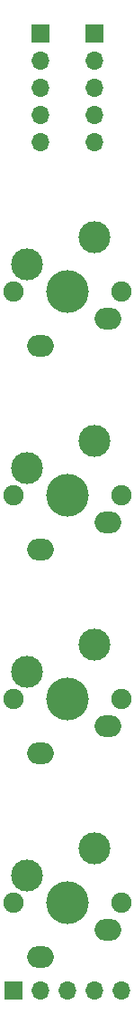
<source format=gbr>
%TF.GenerationSoftware,KiCad,Pcbnew,(6.0.1-0)*%
%TF.CreationDate,2022-01-31T23:33:37+08:00*%
%TF.ProjectId,Phalanx,5068616c-616e-4782-9e6b-696361645f70,rev?*%
%TF.SameCoordinates,Original*%
%TF.FileFunction,Soldermask,Top*%
%TF.FilePolarity,Negative*%
%FSLAX46Y46*%
G04 Gerber Fmt 4.6, Leading zero omitted, Abs format (unit mm)*
G04 Created by KiCad (PCBNEW (6.0.1-0)) date 2022-01-31 23:33:37*
%MOMM*%
%LPD*%
G01*
G04 APERTURE LIST*
%ADD10R,1.700000X1.700000*%
%ADD11O,1.700000X1.700000*%
%ADD12C,1.900000*%
%ADD13C,3.000000*%
%ADD14C,4.000000*%
%ADD15O,2.500000X2.000000*%
G04 APERTURE END LIST*
D10*
%TO.C,J3*%
X96520000Y-144145000D03*
D11*
X99060000Y-144145000D03*
X101600000Y-144145000D03*
X104140000Y-144145000D03*
X106680000Y-144145000D03*
%TD*%
D12*
%TO.C,SW4*%
X106680000Y-135890000D03*
D13*
X104140000Y-130810000D03*
D12*
X96520000Y-135890000D03*
D14*
X101600000Y-135890000D03*
D13*
X97790000Y-133350000D03*
D15*
X99060000Y-140970000D03*
X105410000Y-138430000D03*
%TD*%
D12*
%TO.C,SW3*%
X106680000Y-116840000D03*
D13*
X104140000Y-111760000D03*
D12*
X96520000Y-116840000D03*
D14*
X101600000Y-116840000D03*
D13*
X97790000Y-114300000D03*
D15*
X99060000Y-121920000D03*
X105410000Y-119380000D03*
%TD*%
D12*
%TO.C,SW2*%
X106680000Y-97790000D03*
D13*
X104140000Y-92710000D03*
D12*
X96520000Y-97790000D03*
D14*
X101600000Y-97790000D03*
D13*
X97790000Y-95250000D03*
D15*
X99060000Y-102870000D03*
X105410000Y-100330000D03*
%TD*%
D12*
%TO.C,SW1*%
X106680000Y-78740000D03*
D13*
X104140000Y-73660000D03*
D12*
X96520000Y-78740000D03*
D14*
X101600000Y-78740000D03*
D13*
X97790000Y-76200000D03*
D15*
X99060000Y-83820000D03*
X105410000Y-81280000D03*
%TD*%
D10*
%TO.C,J1*%
X104140000Y-54610000D03*
D11*
X104140000Y-57150000D03*
X104140000Y-59690000D03*
X104140000Y-62230000D03*
X104140000Y-64770000D03*
%TD*%
D10*
%TO.C,J2*%
X99060000Y-54610000D03*
D11*
X99060000Y-57150000D03*
X99060000Y-59690000D03*
X99060000Y-62230000D03*
X99060000Y-64770000D03*
%TD*%
M02*

</source>
